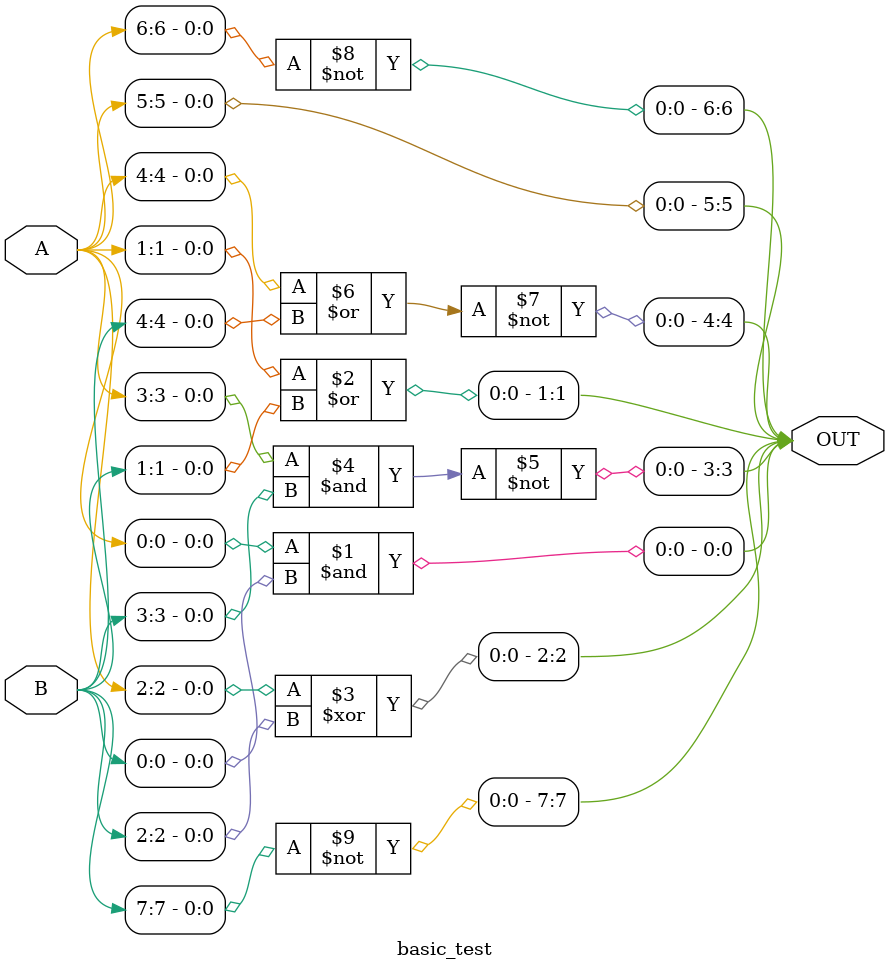
<source format=v>
module basic_test
(
    input [7:0] A,
    input [7:0] B,
    output [7:0] OUT
);

    and g1(OUT[0], A[0], B[0]);
    or g2(OUT[1], A[1], B[1]);
    xor g3(OUT[2], A[2], B[2]);
    nand g4(OUT[3], A[3], B[3]);
    nor g5(OUT[4], A[4], B[4]);
    buf g6(OUT[5], A[5]);
    not g7(OUT[6], A[6]);
    not g8(OUT[7], B[7]);

endmodule

</source>
